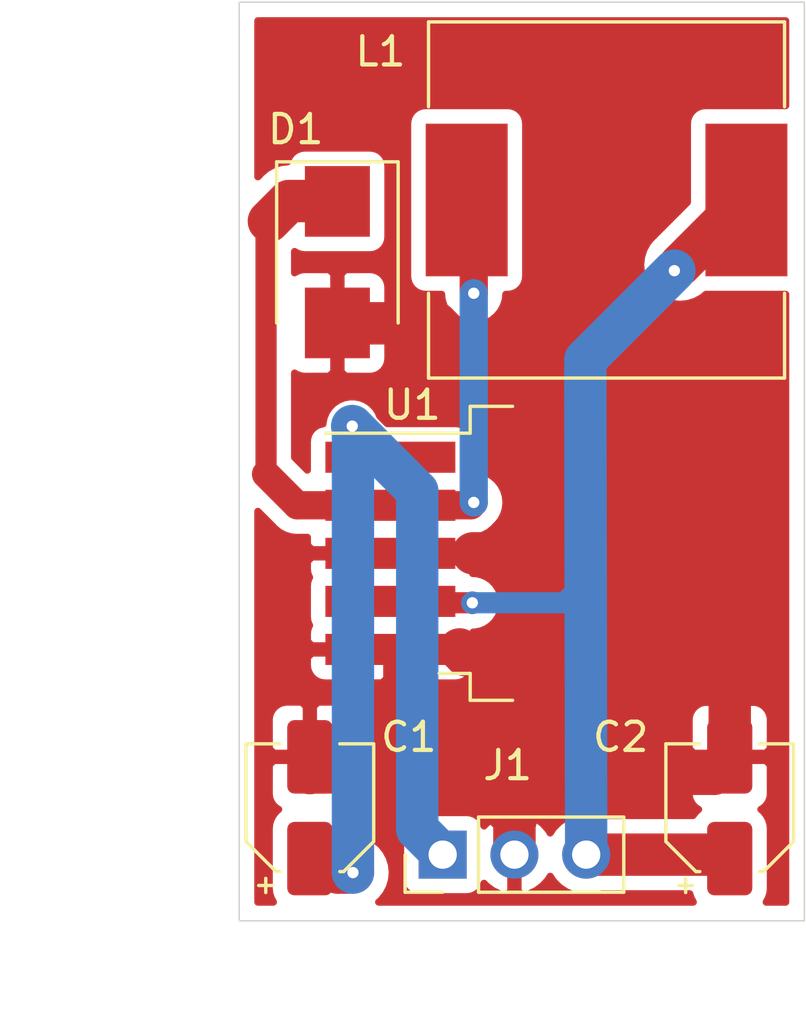
<source format=kicad_pcb>
(kicad_pcb (version 20171130) (host pcbnew "(5.1.7)-1")

  (general
    (thickness 1.6)
    (drawings 6)
    (tracks 62)
    (zones 0)
    (modules 6)
    (nets 5)
  )

  (page A4)
  (layers
    (0 F.Cu signal)
    (31 B.Cu signal)
    (32 B.Adhes user)
    (33 F.Adhes user)
    (34 B.Paste user)
    (35 F.Paste user)
    (36 B.SilkS user)
    (37 F.SilkS user)
    (38 B.Mask user)
    (39 F.Mask user)
    (40 Dwgs.User user)
    (41 Cmts.User user)
    (42 Eco1.User user)
    (43 Eco2.User user)
    (44 Edge.Cuts user)
    (45 Margin user)
    (46 B.CrtYd user)
    (47 F.CrtYd user)
    (48 B.Fab user)
    (49 F.Fab user hide)
  )

  (setup
    (last_trace_width 0.25)
    (user_trace_width 1)
    (trace_clearance 0.2)
    (zone_clearance 0.508)
    (zone_45_only no)
    (trace_min 0.2)
    (via_size 0.8)
    (via_drill 0.4)
    (via_min_size 0.4)
    (via_min_drill 0.3)
    (user_via 0.8 0.4)
    (uvia_size 0.3)
    (uvia_drill 0.1)
    (uvias_allowed no)
    (uvia_min_size 0.2)
    (uvia_min_drill 0.1)
    (edge_width 0.05)
    (segment_width 0.2)
    (pcb_text_width 0.3)
    (pcb_text_size 1.5 1.5)
    (mod_edge_width 0.12)
    (mod_text_size 1 1)
    (mod_text_width 0.15)
    (pad_size 9.4 10.8)
    (pad_drill 0)
    (pad_to_mask_clearance 0)
    (aux_axis_origin 0 0)
    (visible_elements 7FFDFFFF)
    (pcbplotparams
      (layerselection 0x010fc_ffffffff)
      (usegerberextensions false)
      (usegerberattributes true)
      (usegerberadvancedattributes true)
      (creategerberjobfile true)
      (excludeedgelayer true)
      (linewidth 0.100000)
      (plotframeref false)
      (viasonmask false)
      (mode 1)
      (useauxorigin false)
      (hpglpennumber 1)
      (hpglpenspeed 20)
      (hpglpendiameter 15.000000)
      (psnegative false)
      (psa4output false)
      (plotreference true)
      (plotvalue true)
      (plotinvisibletext false)
      (padsonsilk false)
      (subtractmaskfromsilk false)
      (outputformat 1)
      (mirror false)
      (drillshape 1)
      (scaleselection 1)
      (outputdirectory ""))
  )

  (net 0 "")
  (net 1 GND)
  (net 2 "Net-(C1-Pad1)")
  (net 3 "Net-(C2-Pad1)")
  (net 4 "Net-(D1-Pad1)")

  (net_class Default "This is the default net class."
    (clearance 0.2)
    (trace_width 0.25)
    (via_dia 0.8)
    (via_drill 0.4)
    (uvia_dia 0.3)
    (uvia_drill 0.1)
    (add_net GND)
    (add_net "Net-(C1-Pad1)")
    (add_net "Net-(C2-Pad1)")
    (add_net "Net-(D1-Pad1)")
  )

  (module Diode_SMD:D_SMB (layer F.Cu) (tedit 58645DF3) (tstamp 60B9E6B4)
    (at 72.475 52.7 270)
    (descr "Diode SMB (DO-214AA)")
    (tags "Diode SMB (DO-214AA)")
    (path /60B752A8)
    (attr smd)
    (fp_text reference D1 (at -4.7 1.475 180) (layer F.SilkS)
      (effects (font (size 1 1) (thickness 0.15)))
    )
    (fp_text value 1N5818 (at 0 2.6 90) (layer F.Fab)
      (effects (font (size 1 1) (thickness 0.15)))
    )
    (fp_line (start -3.55 -2.15) (end 2.15 -2.15) (layer F.SilkS) (width 0.12))
    (fp_line (start -3.55 2.15) (end 2.15 2.15) (layer F.SilkS) (width 0.12))
    (fp_line (start -0.64944 0.00102) (end 0.50118 -0.79908) (layer F.Fab) (width 0.1))
    (fp_line (start -0.64944 0.00102) (end 0.50118 0.75032) (layer F.Fab) (width 0.1))
    (fp_line (start 0.50118 0.75032) (end 0.50118 -0.79908) (layer F.Fab) (width 0.1))
    (fp_line (start -0.64944 -0.79908) (end -0.64944 0.80112) (layer F.Fab) (width 0.1))
    (fp_line (start 0.50118 0.00102) (end 1.4994 0.00102) (layer F.Fab) (width 0.1))
    (fp_line (start -0.64944 0.00102) (end -1.55114 0.00102) (layer F.Fab) (width 0.1))
    (fp_line (start -3.65 2.25) (end -3.65 -2.25) (layer F.CrtYd) (width 0.05))
    (fp_line (start 3.65 2.25) (end -3.65 2.25) (layer F.CrtYd) (width 0.05))
    (fp_line (start 3.65 -2.25) (end 3.65 2.25) (layer F.CrtYd) (width 0.05))
    (fp_line (start -3.65 -2.25) (end 3.65 -2.25) (layer F.CrtYd) (width 0.05))
    (fp_line (start 2.3 -2) (end -2.3 -2) (layer F.Fab) (width 0.1))
    (fp_line (start 2.3 -2) (end 2.3 2) (layer F.Fab) (width 0.1))
    (fp_line (start -2.3 2) (end -2.3 -2) (layer F.Fab) (width 0.1))
    (fp_line (start 2.3 2) (end -2.3 2) (layer F.Fab) (width 0.1))
    (fp_line (start -3.55 -2.15) (end -3.55 2.15) (layer F.SilkS) (width 0.12))
    (fp_text user %R (at 0 -0.1 90) (layer F.Fab)
      (effects (font (size 1 1) (thickness 0.15)))
    )
    (pad 2 smd rect (at 2.15 0 270) (size 2.5 2.3) (layers F.Cu F.Paste F.Mask)
      (net 1 GND))
    (pad 1 smd rect (at -2.15 0 270) (size 2.5 2.3) (layers F.Cu F.Paste F.Mask)
      (net 4 "Net-(D1-Pad1)"))
    (model ${KISYS3DMOD}/Diode_SMD.3dshapes/D_SMB.wrl
      (at (xyz 0 0 0))
      (scale (xyz 1 1 1))
      (rotate (xyz 0 0 0))
    )
  )

  (module Package_TO_SOT_SMD:TO-263-5_TabPin3 (layer F.Cu) (tedit 60BF5CE5) (tstamp 60B9C058)
    (at 80.125 63)
    (descr "TO-263 / D2PAK / DDPAK SMD package, http://www.infineon.com/cms/en/product/packages/PG-TO263/PG-TO263-5-1/")
    (tags "D2PAK DDPAK TO-263 D2PAK-5 TO-263-5 SOT-426")
    (path /60B74A7C)
    (attr smd)
    (fp_text reference U1 (at -5 -5.25 180) (layer F.SilkS)
      (effects (font (size 1 1) (thickness 0.15)))
    )
    (fp_text value LM2596S-12 (at 9.906 -0.127 270) (layer F.Fab)
      (effects (font (size 1 1) (thickness 0.15)))
    )
    (fp_line (start 6.5 -5) (end 7.5 -5) (layer F.Fab) (width 0.1))
    (fp_line (start 7.5 -5) (end 7.5 5) (layer F.Fab) (width 0.1))
    (fp_line (start 7.5 5) (end 6.5 5) (layer F.Fab) (width 0.1))
    (fp_line (start 6.5 -5) (end 6.5 5) (layer F.Fab) (width 0.1))
    (fp_line (start 6.5 5) (end -2.75 5) (layer F.Fab) (width 0.1))
    (fp_line (start -2.75 5) (end -2.75 -4) (layer F.Fab) (width 0.1))
    (fp_line (start -2.75 -4) (end -1.75 -5) (layer F.Fab) (width 0.1))
    (fp_line (start -1.75 -5) (end 6.5 -5) (layer F.Fab) (width 0.1))
    (fp_line (start -2.75 -3.8) (end -7.45 -3.8) (layer F.Fab) (width 0.1))
    (fp_line (start -7.45 -3.8) (end -7.45 -3) (layer F.Fab) (width 0.1))
    (fp_line (start -7.45 -3) (end -2.75 -3) (layer F.Fab) (width 0.1))
    (fp_line (start -2.75 -2.1) (end -7.45 -2.1) (layer F.Fab) (width 0.1))
    (fp_line (start -7.45 -2.1) (end -7.45 -1.3) (layer F.Fab) (width 0.1))
    (fp_line (start -7.45 -1.3) (end -2.75 -1.3) (layer F.Fab) (width 0.1))
    (fp_line (start -2.75 -0.4) (end -7.45 -0.4) (layer F.Fab) (width 0.1))
    (fp_line (start -7.45 -0.4) (end -7.45 0.4) (layer F.Fab) (width 0.1))
    (fp_line (start -7.45 0.4) (end -2.75 0.4) (layer F.Fab) (width 0.1))
    (fp_line (start -2.75 1.3) (end -7.45 1.3) (layer F.Fab) (width 0.1))
    (fp_line (start -7.45 1.3) (end -7.45 2.1) (layer F.Fab) (width 0.1))
    (fp_line (start -7.45 2.1) (end -2.75 2.1) (layer F.Fab) (width 0.1))
    (fp_line (start -2.75 3) (end -7.45 3) (layer F.Fab) (width 0.1))
    (fp_line (start -7.45 3) (end -7.45 3.8) (layer F.Fab) (width 0.1))
    (fp_line (start -7.45 3.8) (end -2.75 3.8) (layer F.Fab) (width 0.1))
    (fp_line (start -1.45 -5.2) (end -2.95 -5.2) (layer F.SilkS) (width 0.12))
    (fp_line (start -2.95 -5.2) (end -2.95 -4.25) (layer F.SilkS) (width 0.12))
    (fp_line (start -2.95 -4.25) (end -8.075 -4.25) (layer F.SilkS) (width 0.12))
    (fp_line (start -1.45 5.2) (end -2.95 5.2) (layer F.SilkS) (width 0.12))
    (fp_line (start -2.95 5.2) (end -2.95 4.25) (layer F.SilkS) (width 0.12))
    (fp_line (start -2.95 4.25) (end -4.05 4.25) (layer F.SilkS) (width 0.12))
    (fp_line (start -8.32 -5.65) (end -8.32 5.65) (layer F.CrtYd) (width 0.05))
    (fp_line (start -8.32 5.65) (end 8.32 5.65) (layer F.CrtYd) (width 0.05))
    (fp_line (start 8.32 5.65) (end 8.32 -5.65) (layer F.CrtYd) (width 0.05))
    (fp_line (start 8.32 -5.65) (end -8.32 -5.65) (layer F.CrtYd) (width 0.05))
    (fp_text user %R (at 0 0 180) (layer F.Fab)
      (effects (font (size 1 1) (thickness 0.15)))
    )
    (pad "" smd rect (at 0.95 2.775) (size 4.55 5.25) (layers F.Paste))
    (pad "" smd rect (at 5.8 -2.775) (size 4.55 5.25) (layers F.Paste))
    (pad "" smd rect (at 0.95 -2.775) (size 4.55 5.25) (layers F.Paste))
    (pad "" smd rect (at 5.8 2.775) (size 4.55 5.25) (layers F.Paste))
    (pad 3 smd rect (at 3.375 0) (size 9.4 10.8) (layers F.Cu F.Mask)
      (net 1 GND) (zone_connect 2))
    (pad 5 smd rect (at -5.775 3.4) (size 4.6 1.1) (layers F.Cu F.Paste F.Mask)
      (net 1 GND))
    (pad FEDBACK smd rect (at -5.775 1.7) (size 4.6 1.1) (layers F.Cu F.Paste F.Mask)
      (net 3 "Net-(C2-Pad1)"))
    (pad 3 smd rect (at -5.775 0) (size 4.6 1.1) (layers F.Cu F.Paste F.Mask)
      (net 1 GND))
    (pad OUTPUT smd rect (at -5.775 -1.7) (size 4.6 1.1) (layers F.Cu F.Paste F.Mask)
      (net 4 "Net-(D1-Pad1)"))
    (pad INPUT smd rect (at -5.775 -3.4) (size 4.6 1.1) (layers F.Cu F.Paste F.Mask)
      (net 2 "Net-(C1-Pad1)"))
    (model ${KISYS3DMOD}/Package_TO_SOT_SMD.3dshapes/TO-263-5_TabPin3.wrl
      (at (xyz 0 0 0))
      (scale (xyz 1 1 1))
      (rotate (xyz 0 0 0))
    )
  )

  (module Capacitor_SMD:CP_Elec_4x4.5 (layer F.Cu) (tedit 5BCA39CF) (tstamp 60B770AF)
    (at 86.36 72 90)
    (descr "SMD capacitor, aluminum electrolytic, Nichicon, 4.0x4.5mm")
    (tags "capacitor electrolytic")
    (path /60B7CA25)
    (attr smd)
    (fp_text reference C2 (at 2.5 -3.86 180) (layer F.SilkS)
      (effects (font (size 1 1) (thickness 0.15)))
    )
    (fp_text value 220uF/35V (at 0 3.2 90) (layer F.Fab)
      (effects (font (size 1 1) (thickness 0.15)))
    )
    (fp_line (start -3.35 1.05) (end -2.4 1.05) (layer F.CrtYd) (width 0.05))
    (fp_line (start -3.35 -1.05) (end -3.35 1.05) (layer F.CrtYd) (width 0.05))
    (fp_line (start -2.4 -1.05) (end -3.35 -1.05) (layer F.CrtYd) (width 0.05))
    (fp_line (start -2.4 1.05) (end -2.4 1.25) (layer F.CrtYd) (width 0.05))
    (fp_line (start -2.4 -1.25) (end -2.4 -1.05) (layer F.CrtYd) (width 0.05))
    (fp_line (start -2.4 -1.25) (end -1.25 -2.4) (layer F.CrtYd) (width 0.05))
    (fp_line (start -2.4 1.25) (end -1.25 2.4) (layer F.CrtYd) (width 0.05))
    (fp_line (start -1.25 -2.4) (end 2.4 -2.4) (layer F.CrtYd) (width 0.05))
    (fp_line (start -1.25 2.4) (end 2.4 2.4) (layer F.CrtYd) (width 0.05))
    (fp_line (start 2.4 1.05) (end 2.4 2.4) (layer F.CrtYd) (width 0.05))
    (fp_line (start 3.35 1.05) (end 2.4 1.05) (layer F.CrtYd) (width 0.05))
    (fp_line (start 3.35 -1.05) (end 3.35 1.05) (layer F.CrtYd) (width 0.05))
    (fp_line (start 2.4 -1.05) (end 3.35 -1.05) (layer F.CrtYd) (width 0.05))
    (fp_line (start 2.4 -2.4) (end 2.4 -1.05) (layer F.CrtYd) (width 0.05))
    (fp_line (start -2.75 -1.81) (end -2.75 -1.31) (layer F.SilkS) (width 0.12))
    (fp_line (start -3 -1.56) (end -2.5 -1.56) (layer F.SilkS) (width 0.12))
    (fp_line (start -2.26 1.195563) (end -1.195563 2.26) (layer F.SilkS) (width 0.12))
    (fp_line (start -2.26 -1.195563) (end -1.195563 -2.26) (layer F.SilkS) (width 0.12))
    (fp_line (start -2.26 -1.195563) (end -2.26 -1.06) (layer F.SilkS) (width 0.12))
    (fp_line (start -2.26 1.195563) (end -2.26 1.06) (layer F.SilkS) (width 0.12))
    (fp_line (start -1.195563 2.26) (end 2.26 2.26) (layer F.SilkS) (width 0.12))
    (fp_line (start -1.195563 -2.26) (end 2.26 -2.26) (layer F.SilkS) (width 0.12))
    (fp_line (start 2.26 -2.26) (end 2.26 -1.06) (layer F.SilkS) (width 0.12))
    (fp_line (start 2.26 2.26) (end 2.26 1.06) (layer F.SilkS) (width 0.12))
    (fp_line (start -1.374773 -1.2) (end -1.374773 -0.8) (layer F.Fab) (width 0.1))
    (fp_line (start -1.574773 -1) (end -1.174773 -1) (layer F.Fab) (width 0.1))
    (fp_line (start -2.15 1.15) (end -1.15 2.15) (layer F.Fab) (width 0.1))
    (fp_line (start -2.15 -1.15) (end -1.15 -2.15) (layer F.Fab) (width 0.1))
    (fp_line (start -2.15 -1.15) (end -2.15 1.15) (layer F.Fab) (width 0.1))
    (fp_line (start -1.15 2.15) (end 2.15 2.15) (layer F.Fab) (width 0.1))
    (fp_line (start -1.15 -2.15) (end 2.15 -2.15) (layer F.Fab) (width 0.1))
    (fp_line (start 2.15 -2.15) (end 2.15 2.15) (layer F.Fab) (width 0.1))
    (fp_circle (center 0 0) (end 2 0) (layer F.Fab) (width 0.1))
    (fp_text user %R (at 0 0.06 90) (layer F.Fab)
      (effects (font (size 0.8 0.8) (thickness 0.12)))
    )
    (pad 1 smd roundrect (at -1.8 0 90) (size 2.6 1.6) (layers F.Cu F.Paste F.Mask) (roundrect_rratio 0.15625)
      (net 3 "Net-(C2-Pad1)"))
    (pad 2 smd roundrect (at 1.8 0 90) (size 2.6 1.6) (layers F.Cu F.Paste F.Mask) (roundrect_rratio 0.15625)
      (net 1 GND))
    (model ${KISYS3DMOD}/Capacitor_SMD.3dshapes/CP_Elec_4x4.5.wrl
      (at (xyz 0 0 0))
      (scale (xyz 1 1 1))
      (rotate (xyz 0 0 0))
    )
  )

  (module Inductor_SMD:L_12x12mm_H4.5mm (layer F.Cu) (tedit 5990349B) (tstamp 60B925C6)
    (at 82 50.5)
    (descr "Choke, SMD, 12x12mm 4.5mm height")
    (tags "Choke SMD")
    (path /60B76EB1)
    (attr smd)
    (fp_text reference L1 (at -8 -5.25) (layer F.SilkS)
      (effects (font (size 1 1) (thickness 0.15)))
    )
    (fp_text value 68uH (at 0 8.89) (layer F.Fab)
      (effects (font (size 1 1) (thickness 0.15)))
    )
    (fp_line (start 6.3 3.3) (end 6.3 6.3) (layer F.SilkS) (width 0.12))
    (fp_line (start 6.3 6.3) (end -6.3 6.3) (layer F.SilkS) (width 0.12))
    (fp_line (start -6.3 6.3) (end -6.3 3.3) (layer F.SilkS) (width 0.12))
    (fp_line (start -6.3 -3.3) (end -6.3 -6.3) (layer F.SilkS) (width 0.12))
    (fp_line (start -6.3 -6.3) (end 6.3 -6.3) (layer F.SilkS) (width 0.12))
    (fp_line (start 6.3 -6.3) (end 6.3 -3.3) (layer F.SilkS) (width 0.12))
    (fp_line (start -6.86 -6.6) (end 6.86 -6.6) (layer F.CrtYd) (width 0.05))
    (fp_line (start 6.86 -6.6) (end 6.86 6.6) (layer F.CrtYd) (width 0.05))
    (fp_line (start 6.86 6.6) (end -6.86 6.6) (layer F.CrtYd) (width 0.05))
    (fp_line (start -6.86 6.6) (end -6.86 -6.6) (layer F.CrtYd) (width 0.05))
    (fp_line (start 4.9 3.3) (end 5 3.4) (layer F.Fab) (width 0.1))
    (fp_line (start 5 3.4) (end 5.1 3.8) (layer F.Fab) (width 0.1))
    (fp_line (start 5.1 3.8) (end 5 4.3) (layer F.Fab) (width 0.1))
    (fp_line (start 5 4.3) (end 4.8 4.6) (layer F.Fab) (width 0.1))
    (fp_line (start 4.8 4.6) (end 4.5 5) (layer F.Fab) (width 0.1))
    (fp_line (start 4.5 5) (end 4 5.1) (layer F.Fab) (width 0.1))
    (fp_line (start 4 5.1) (end 3.5 5) (layer F.Fab) (width 0.1))
    (fp_line (start 3.5 5) (end 3.1 4.7) (layer F.Fab) (width 0.1))
    (fp_line (start 3.1 4.7) (end 3 4.6) (layer F.Fab) (width 0.1))
    (fp_line (start 3 4.6) (end 2.4 5) (layer F.Fab) (width 0.1))
    (fp_line (start 2.4 5) (end 1.6 5.3) (layer F.Fab) (width 0.1))
    (fp_line (start 1.6 5.3) (end 0.6 5.5) (layer F.Fab) (width 0.1))
    (fp_line (start 0.6 5.5) (end -0.6 5.5) (layer F.Fab) (width 0.1))
    (fp_line (start -0.6 5.5) (end -1.5 5.3) (layer F.Fab) (width 0.1))
    (fp_line (start -1.5 5.3) (end -2.1 5.1) (layer F.Fab) (width 0.1))
    (fp_line (start -2.1 5.1) (end -2.6 4.9) (layer F.Fab) (width 0.1))
    (fp_line (start -2.6 4.9) (end -3 4.7) (layer F.Fab) (width 0.1))
    (fp_line (start -3 4.7) (end -3.3 4.9) (layer F.Fab) (width 0.1))
    (fp_line (start -3.3 4.9) (end -3.9 5.1) (layer F.Fab) (width 0.1))
    (fp_line (start -3.9 5.1) (end -4.3 5) (layer F.Fab) (width 0.1))
    (fp_line (start -4.3 5) (end -4.6 4.8) (layer F.Fab) (width 0.1))
    (fp_line (start -4.6 4.8) (end -4.9 4.6) (layer F.Fab) (width 0.1))
    (fp_line (start -4.9 4.6) (end -5.1 4.1) (layer F.Fab) (width 0.1))
    (fp_line (start -5.1 4.1) (end -5 3.6) (layer F.Fab) (width 0.1))
    (fp_line (start -5 3.6) (end -4.8 3.2) (layer F.Fab) (width 0.1))
    (fp_line (start 4.9 -3.3) (end 5 -3.6) (layer F.Fab) (width 0.1))
    (fp_line (start 5 -3.6) (end 5.1 -4) (layer F.Fab) (width 0.1))
    (fp_line (start 5.1 -4) (end 5 -4.3) (layer F.Fab) (width 0.1))
    (fp_line (start 5 -4.3) (end 4.8 -4.7) (layer F.Fab) (width 0.1))
    (fp_line (start 4.8 -4.7) (end 4.5 -4.9) (layer F.Fab) (width 0.1))
    (fp_line (start 4.5 -4.9) (end 4.2 -5.1) (layer F.Fab) (width 0.1))
    (fp_line (start 4.2 -5.1) (end 3.9 -5.1) (layer F.Fab) (width 0.1))
    (fp_line (start 3.9 -5.1) (end 3.6 -5) (layer F.Fab) (width 0.1))
    (fp_line (start 3.6 -5) (end 3.3 -4.9) (layer F.Fab) (width 0.1))
    (fp_line (start 3.3 -4.9) (end 3 -4.6) (layer F.Fab) (width 0.1))
    (fp_line (start 3 -4.6) (end 2.6 -4.9) (layer F.Fab) (width 0.1))
    (fp_line (start 2.6 -4.9) (end 2.2 -5.1) (layer F.Fab) (width 0.1))
    (fp_line (start 2.2 -5.1) (end 1.7 -5.3) (layer F.Fab) (width 0.1))
    (fp_line (start 1.7 -5.3) (end 0.9 -5.5) (layer F.Fab) (width 0.1))
    (fp_line (start 0.9 -5.5) (end 0 -5.6) (layer F.Fab) (width 0.1))
    (fp_line (start 0 -5.6) (end -0.8 -5.5) (layer F.Fab) (width 0.1))
    (fp_line (start -0.8 -5.5) (end -1.7 -5.3) (layer F.Fab) (width 0.1))
    (fp_line (start -1.7 -5.3) (end -2.6 -4.9) (layer F.Fab) (width 0.1))
    (fp_line (start -2.6 -4.9) (end -3 -4.7) (layer F.Fab) (width 0.1))
    (fp_line (start -3 -4.7) (end -3.3 -4.9) (layer F.Fab) (width 0.1))
    (fp_line (start -3.3 -4.9) (end -3.7 -5.1) (layer F.Fab) (width 0.1))
    (fp_line (start -3.7 -5.1) (end -4.2 -5) (layer F.Fab) (width 0.1))
    (fp_line (start -4.2 -5) (end -4.6 -4.8) (layer F.Fab) (width 0.1))
    (fp_line (start -4.6 -4.8) (end -4.9 -4.5) (layer F.Fab) (width 0.1))
    (fp_line (start -4.9 -4.5) (end -5.1 -4) (layer F.Fab) (width 0.1))
    (fp_line (start -5.1 -4) (end -5 -3.5) (layer F.Fab) (width 0.1))
    (fp_line (start -5 -3.5) (end -4.8 -3.2) (layer F.Fab) (width 0.1))
    (fp_line (start -6.2 3.3) (end -6.2 6.2) (layer F.Fab) (width 0.1))
    (fp_line (start -6.2 6.2) (end 6.2 6.2) (layer F.Fab) (width 0.1))
    (fp_line (start 6.2 6.2) (end 6.2 3.3) (layer F.Fab) (width 0.1))
    (fp_line (start 6.2 -6.2) (end -6.2 -6.2) (layer F.Fab) (width 0.1))
    (fp_line (start -6.2 -6.2) (end -6.2 -3.3) (layer F.Fab) (width 0.1))
    (fp_line (start 6.2 -6.2) (end 6.2 -3.3) (layer F.Fab) (width 0.1))
    (fp_circle (center 0 0) (end 0.9 0) (layer F.Adhes) (width 0.38))
    (fp_circle (center 0 0) (end 0.55 0) (layer F.Adhes) (width 0.38))
    (fp_circle (center 0 0) (end 0.15 0.15) (layer F.Adhes) (width 0.38))
    (fp_circle (center -2.1 3) (end -1.8 3.25) (layer F.Fab) (width 0.1))
    (fp_text user %R (at 0 0) (layer F.Fab)
      (effects (font (size 1 1) (thickness 0.15)))
    )
    (pad 2 smd rect (at 4.95 0) (size 2.9 5.4) (layers F.Cu F.Paste F.Mask)
      (net 3 "Net-(C2-Pad1)"))
    (pad 1 smd rect (at -4.95 0) (size 2.9 5.4) (layers F.Cu F.Paste F.Mask)
      (net 4 "Net-(D1-Pad1)"))
    (model ${KISYS3DMOD}/Inductor_SMD.3dshapes/L_12x12mm_H4.5mm.wrl
      (at (xyz 0 0 0))
      (scale (xyz 1 1 1))
      (rotate (xyz 0 0 0))
    )
  )

  (module Capacitor_SMD:CP_Elec_4x4.5 (layer F.Cu) (tedit 5BCA39CF) (tstamp 60B776B4)
    (at 71.5 72 90)
    (descr "SMD capacitor, aluminum electrolytic, Nichicon, 4.0x4.5mm")
    (tags "capacitor electrolytic")
    (path /60B7CE0A)
    (attr smd)
    (fp_text reference C1 (at 2.5 3.5) (layer F.SilkS)
      (effects (font (size 1 1) (thickness 0.15)))
    )
    (fp_text value 470uF/50V (at 0 -3.556 90) (layer F.Fab)
      (effects (font (size 1 1) (thickness 0.15)))
    )
    (fp_circle (center 0 0) (end 2 0) (layer F.Fab) (width 0.1))
    (fp_line (start 2.15 -2.15) (end 2.15 2.15) (layer F.Fab) (width 0.1))
    (fp_line (start -1.15 -2.15) (end 2.15 -2.15) (layer F.Fab) (width 0.1))
    (fp_line (start -1.15 2.15) (end 2.15 2.15) (layer F.Fab) (width 0.1))
    (fp_line (start -2.15 -1.15) (end -2.15 1.15) (layer F.Fab) (width 0.1))
    (fp_line (start -2.15 -1.15) (end -1.15 -2.15) (layer F.Fab) (width 0.1))
    (fp_line (start -2.15 1.15) (end -1.15 2.15) (layer F.Fab) (width 0.1))
    (fp_line (start -1.574773 -1) (end -1.174773 -1) (layer F.Fab) (width 0.1))
    (fp_line (start -1.374773 -1.2) (end -1.374773 -0.8) (layer F.Fab) (width 0.1))
    (fp_line (start 2.26 2.26) (end 2.26 1.06) (layer F.SilkS) (width 0.12))
    (fp_line (start 2.26 -2.26) (end 2.26 -1.06) (layer F.SilkS) (width 0.12))
    (fp_line (start -1.195563 -2.26) (end 2.26 -2.26) (layer F.SilkS) (width 0.12))
    (fp_line (start -1.195563 2.26) (end 2.26 2.26) (layer F.SilkS) (width 0.12))
    (fp_line (start -2.26 1.195563) (end -2.26 1.06) (layer F.SilkS) (width 0.12))
    (fp_line (start -2.26 -1.195563) (end -2.26 -1.06) (layer F.SilkS) (width 0.12))
    (fp_line (start -2.26 -1.195563) (end -1.195563 -2.26) (layer F.SilkS) (width 0.12))
    (fp_line (start -2.26 1.195563) (end -1.195563 2.26) (layer F.SilkS) (width 0.12))
    (fp_line (start -3 -1.56) (end -2.5 -1.56) (layer F.SilkS) (width 0.12))
    (fp_line (start -2.75 -1.81) (end -2.75 -1.31) (layer F.SilkS) (width 0.12))
    (fp_line (start 2.4 -2.4) (end 2.4 -1.05) (layer F.CrtYd) (width 0.05))
    (fp_line (start 2.4 -1.05) (end 3.35 -1.05) (layer F.CrtYd) (width 0.05))
    (fp_line (start 3.35 -1.05) (end 3.35 1.05) (layer F.CrtYd) (width 0.05))
    (fp_line (start 3.35 1.05) (end 2.4 1.05) (layer F.CrtYd) (width 0.05))
    (fp_line (start 2.4 1.05) (end 2.4 2.4) (layer F.CrtYd) (width 0.05))
    (fp_line (start -1.25 2.4) (end 2.4 2.4) (layer F.CrtYd) (width 0.05))
    (fp_line (start -1.25 -2.4) (end 2.4 -2.4) (layer F.CrtYd) (width 0.05))
    (fp_line (start -2.4 1.25) (end -1.25 2.4) (layer F.CrtYd) (width 0.05))
    (fp_line (start -2.4 -1.25) (end -1.25 -2.4) (layer F.CrtYd) (width 0.05))
    (fp_line (start -2.4 -1.25) (end -2.4 -1.05) (layer F.CrtYd) (width 0.05))
    (fp_line (start -2.4 1.05) (end -2.4 1.25) (layer F.CrtYd) (width 0.05))
    (fp_line (start -2.4 -1.05) (end -3.35 -1.05) (layer F.CrtYd) (width 0.05))
    (fp_line (start -3.35 -1.05) (end -3.35 1.05) (layer F.CrtYd) (width 0.05))
    (fp_line (start -3.35 1.05) (end -2.4 1.05) (layer F.CrtYd) (width 0.05))
    (fp_text user %R (at 0 0 90) (layer F.Fab)
      (effects (font (size 0.8 0.8) (thickness 0.12)))
    )
    (pad 2 smd roundrect (at 1.8 0 90) (size 2.6 1.6) (layers F.Cu F.Paste F.Mask) (roundrect_rratio 0.15625)
      (net 1 GND))
    (pad 1 smd roundrect (at -1.8 0 90) (size 2.6 1.6) (layers F.Cu F.Paste F.Mask) (roundrect_rratio 0.15625)
      (net 2 "Net-(C1-Pad1)"))
    (model ${KISYS3DMOD}/Capacitor_SMD.3dshapes/CP_Elec_4x4.5.wrl
      (at (xyz 0 0 0))
      (scale (xyz 1 1 1))
      (rotate (xyz 0 0 0))
    )
  )

  (module Connector_PinHeader_2.54mm:PinHeader_1x03_P2.54mm_Vertical (layer F.Cu) (tedit 59FED5CC) (tstamp 60B770D9)
    (at 76.2 73.66 90)
    (descr "Through hole straight pin header, 1x03, 2.54mm pitch, single row")
    (tags "Through hole pin header THT 1x03 2.54mm single row")
    (path /60B80849)
    (fp_text reference J1 (at 3.16 2.3 180) (layer F.SilkS)
      (effects (font (size 1 1) (thickness 0.15)))
    )
    (fp_text value Conn_01x03_Male (at -3.81 2.54 180) (layer F.Fab)
      (effects (font (size 1 1) (thickness 0.15)))
    )
    (fp_line (start 1.8 -1.8) (end -1.8 -1.8) (layer F.CrtYd) (width 0.05))
    (fp_line (start 1.8 6.85) (end 1.8 -1.8) (layer F.CrtYd) (width 0.05))
    (fp_line (start -1.8 6.85) (end 1.8 6.85) (layer F.CrtYd) (width 0.05))
    (fp_line (start -1.8 -1.8) (end -1.8 6.85) (layer F.CrtYd) (width 0.05))
    (fp_line (start -1.33 -1.33) (end 0 -1.33) (layer F.SilkS) (width 0.12))
    (fp_line (start -1.33 0) (end -1.33 -1.33) (layer F.SilkS) (width 0.12))
    (fp_line (start -1.33 1.27) (end 1.33 1.27) (layer F.SilkS) (width 0.12))
    (fp_line (start 1.33 1.27) (end 1.33 6.41) (layer F.SilkS) (width 0.12))
    (fp_line (start -1.33 1.27) (end -1.33 6.41) (layer F.SilkS) (width 0.12))
    (fp_line (start -1.33 6.41) (end 1.33 6.41) (layer F.SilkS) (width 0.12))
    (fp_line (start -1.27 -0.635) (end -0.635 -1.27) (layer F.Fab) (width 0.1))
    (fp_line (start -1.27 6.35) (end -1.27 -0.635) (layer F.Fab) (width 0.1))
    (fp_line (start 1.27 6.35) (end -1.27 6.35) (layer F.Fab) (width 0.1))
    (fp_line (start 1.27 -1.27) (end 1.27 6.35) (layer F.Fab) (width 0.1))
    (fp_line (start -0.635 -1.27) (end 1.27 -1.27) (layer F.Fab) (width 0.1))
    (fp_text user %R (at -1.27 3.81) (layer F.Fab)
      (effects (font (size 1 1) (thickness 0.15)))
    )
    (pad 1 thru_hole rect (at 0 0 90) (size 1.7 1.7) (drill 1) (layers *.Cu *.Mask)
      (net 2 "Net-(C1-Pad1)"))
    (pad 2 thru_hole oval (at 0 2.54 90) (size 1.7 1.7) (drill 1) (layers *.Cu *.Mask)
      (net 1 GND))
    (pad 3 thru_hole oval (at 0 5.08 90) (size 1.7 1.7) (drill 1) (layers *.Cu *.Mask)
      (net 3 "Net-(C2-Pad1)"))
    (model ${KISYS3DMOD}/Connector_PinHeader_2.54mm.3dshapes/PinHeader_1x03_P2.54mm_Vertical.wrl
      (at (xyz 0 0 0))
      (scale (xyz 1 1 1))
      (rotate (xyz 0 0 0))
    )
  )

  (dimension 32.5 (width 0.15) (layer Dwgs.User)
    (gr_text "32.500 mm" (at 64.2 59.75 90) (layer Dwgs.User)
      (effects (font (size 1 1) (thickness 0.15)))
    )
    (feature1 (pts (xy 69 43.5) (xy 64.913579 43.5)))
    (feature2 (pts (xy 69 76) (xy 64.913579 76)))
    (crossbar (pts (xy 65.5 76) (xy 65.5 43.5)))
    (arrow1a (pts (xy 65.5 43.5) (xy 66.086421 44.626504)))
    (arrow1b (pts (xy 65.5 43.5) (xy 64.913579 44.626504)))
    (arrow2a (pts (xy 65.5 76) (xy 66.086421 74.873496)))
    (arrow2b (pts (xy 65.5 76) (xy 64.913579 74.873496)))
  )
  (dimension 20 (width 0.15) (layer Dwgs.User)
    (gr_text "20.000 mm" (at 79 80.3) (layer Dwgs.User)
      (effects (font (size 1 1) (thickness 0.15)))
    )
    (feature1 (pts (xy 89 76) (xy 89 79.586421)))
    (feature2 (pts (xy 69 76) (xy 69 79.586421)))
    (crossbar (pts (xy 69 79) (xy 89 79)))
    (arrow1a (pts (xy 89 79) (xy 87.873496 79.586421)))
    (arrow1b (pts (xy 89 79) (xy 87.873496 78.413579)))
    (arrow2a (pts (xy 69 79) (xy 70.126504 79.586421)))
    (arrow2b (pts (xy 69 79) (xy 70.126504 78.413579)))
  )
  (gr_line (start 69 76) (end 69 43.5) (layer Edge.Cuts) (width 0.05) (tstamp 60B9ED98))
  (gr_line (start 89 76) (end 69 76) (layer Edge.Cuts) (width 0.05))
  (gr_line (start 89 43.5) (end 89 76) (layer Edge.Cuts) (width 0.05))
  (gr_line (start 69 43.5) (end 89 43.5) (layer Edge.Cuts) (width 0.05))

  (segment (start 77.125 70.775) (end 78.785 72.435) (width 1.5) (layer F.Cu) (net 1))
  (segment (start 71.45 70.75) (end 77.03 70.75) (width 1.5) (layer F.Cu) (net 1))
  (segment (start 71.5 69.875) (end 71.5 70.775) (width 1.5) (layer F.Cu) (net 1))
  (segment (start 78.74 73.66) (end 78.74 72.48) (width 1.5) (layer F.Cu) (net 1))
  (segment (start 86.36 70.2) (end 86.36 70.64) (width 0.25) (layer F.Cu) (net 1))
  (segment (start 86.36 70.24) (end 85.8 70.8) (width 1.5) (layer F.Cu) (net 1))
  (segment (start 80.02 70.8) (end 78.74 72.08) (width 1.5) (layer F.Cu) (net 1))
  (segment (start 85.8 70.8) (end 80.02 70.8) (width 1.5) (layer F.Cu) (net 1))
  (segment (start 86.36 65.235) (end 83.375 62.25) (width 1.5) (layer F.Cu) (net 1))
  (segment (start 86.36 70.2) (end 86.36 65.235) (width 1.5) (layer F.Cu) (net 1))
  (segment (start 74.225 63) (end 77.15 63) (width 0.75) (layer F.Cu) (net 1))
  (segment (start 74.255 66.4) (end 76.8 66.4) (width 0.75) (layer F.Cu) (net 1))
  (segment (start 75.9875 54.8625) (end 83.375 62.25) (width 1.5) (layer F.Cu) (net 1))
  (segment (start 72.475 54.8625) (end 75.9875 54.8625) (width 1.5) (layer F.Cu) (net 1))
  (segment (start 77.27501 63) (end 83.24999 63) (width 1.5) (layer F.Cu) (net 1))
  (segment (start 83.24999 62.87499) (end 83.375 63) (width 1.5) (layer F.Cu) (net 1))
  (segment (start 79.024998 66.600002) (end 83.375 62.25) (width 1.5) (layer F.Cu) (net 1))
  (segment (start 77.000002 66.600002) (end 79.024998 66.600002) (width 1.5) (layer F.Cu) (net 1))
  (segment (start 76.8 66.4) (end 77.000002 66.600002) (width 1.5) (layer F.Cu) (net 1))
  (via (at 73.025 74.295) (size 0.8) (drill 0.4) (layers F.Cu B.Cu) (net 2))
  (segment (start 72.495 74.295) (end 73.025 74.295) (width 1.5) (layer F.Cu) (net 2))
  (segment (start 71.5 73.8) (end 72.495 74.295) (width 1.5) (layer F.Cu) (net 2))
  (segment (start 73.85 59.45) (end 73 58.6) (width 0.75) (layer F.Cu) (net 2))
  (via (at 73 58.500008) (size 0.8) (drill 0.4) (layers F.Cu B.Cu) (net 2))
  (segment (start 73 58.5) (end 73 58.500008) (width 0.75) (layer F.Cu) (net 2))
  (segment (start 73.025 74.295) (end 73.025 58.525008) (width 1.5) (layer B.Cu) (net 2))
  (segment (start 73.025 58.525008) (end 73 58.500008) (width 1.5) (layer B.Cu) (net 2))
  (segment (start 75.3 60.800008) (end 73 58.500008) (width 1.5) (layer B.Cu) (net 2))
  (segment (start 75.3 60.9) (end 75.3 60.800008) (width 1.5) (layer B.Cu) (net 2))
  (segment (start 75.3 72.76) (end 75.3 60.8) (width 1.5) (layer B.Cu) (net 2))
  (segment (start 76.2 73.66) (end 75.3 72.76) (width 1.5) (layer B.Cu) (net 2))
  (segment (start 86.22 73.66) (end 86.36 73.8) (width 1.5) (layer F.Cu) (net 3))
  (segment (start 81.28 73.66) (end 86.22 73.66) (width 1.5) (layer F.Cu) (net 3))
  (segment (start 81.25 56.8) (end 81.25 56.4) (width 1.5) (layer B.Cu) (net 3))
  (segment (start 81.28 73.66) (end 81.262566 63.862566) (width 1.5) (layer B.Cu) (net 3))
  (segment (start 81.262566 63.862566) (end 81.25 56.8) (width 1.5) (layer B.Cu) (net 3))
  (segment (start 86.95 49.25) (end 86.95 50.45) (width 1.5) (layer F.Cu) (net 3))
  (segment (start 86.95 50.45) (end 84.6 52.8) (width 1.5) (layer F.Cu) (net 3))
  (via (at 84.4 53) (size 0.8) (drill 0.4) (layers F.Cu B.Cu) (net 3))
  (segment (start 84.6 52.8) (end 84.4 53) (width 0.25) (layer F.Cu) (net 3))
  (segment (start 81.25 56.15) (end 81.25 56.4) (width 0.25) (layer B.Cu) (net 3))
  (segment (start 82.8 54.6) (end 81.25 56.15) (width 1.5) (layer B.Cu) (net 3))
  (segment (start 84.4 53) (end 82.8 54.6) (width 1.5) (layer B.Cu) (net 3))
  (segment (start 77.25 64.750002) (end 77.25 64.75) (width 0.25) (layer B.Cu) (net 3))
  (segment (start 77.299998 64.8) (end 77.25 64.750002) (width 0.25) (layer B.Cu) (net 3))
  (segment (start 80.512566 64.75) (end 77.25 64.75) (width 0.75) (layer B.Cu) (net 3))
  (segment (start 81.262566 64) (end 80.512566 64.75) (width 0.75) (layer B.Cu) (net 3))
  (segment (start 74.225 64.75) (end 77.25 64.75) (width 0.75) (layer F.Cu) (net 3))
  (via (at 77.25 64.75) (size 0.8) (drill 0.4) (layers F.Cu B.Cu) (net 3))
  (segment (start 72.475 50.5375) (end 70.7625 50.5375) (width 1.5) (layer F.Cu) (net 4))
  (segment (start 70.7625 50.5375) (end 70.05 51.25) (width 1.5) (layer F.Cu) (net 4))
  (segment (start 69.95 51.25) (end 69.95 58.925) (width 0.75) (layer F.Cu) (net 4))
  (segment (start 77.05 52.95) (end 77 53) (width 0.25) (layer F.Cu) (net 4))
  (segment (start 69.95 58.925) (end 69.95 60.2) (width 0.75) (layer F.Cu) (net 4))
  (segment (start 71.05 61.3) (end 74.35 61.3) (width 1) (layer F.Cu) (net 4))
  (segment (start 69.95 60.2) (end 71.05 61.3) (width 1) (layer F.Cu) (net 4))
  (via (at 77.3 53.800004) (size 0.8) (drill 0.4) (layers F.Cu B.Cu) (net 4))
  (segment (start 77.3 49) (end 77.3 53.800004) (width 1) (layer F.Cu) (net 4))
  (via (at 77.3 61.2) (size 0.8) (drill 0.4) (layers F.Cu B.Cu) (net 4))
  (segment (start 77.2 61.3) (end 74.35 61.3) (width 1) (layer F.Cu) (net 4))
  (segment (start 77.3 61.2) (end 77.2 61.3) (width 1) (layer F.Cu) (net 4))
  (segment (start 77.3 61.2) (end 77.3 53.800004) (width 1) (layer B.Cu) (net 4))

  (zone (net 1) (net_name GND) (layer F.Cu) (tstamp 0) (hatch edge 0.508)
    (connect_pads (clearance 0.508))
    (min_thickness 0.254)
    (fill yes (arc_segments 32) (thermal_gap 0.508) (thermal_bridge_width 0.508))
    (polygon
      (pts
        (xy 89 76) (xy 69 76) (xy 69 43.5) (xy 89 43.5)
      )
    )
    (filled_polygon
      (pts
        (xy 88.34 47.161928) (xy 85.5 47.161928) (xy 85.375518 47.174188) (xy 85.25582 47.210498) (xy 85.145506 47.269463)
        (xy 85.048815 47.348815) (xy 84.969463 47.445506) (xy 84.910498 47.55582) (xy 84.874188 47.675518) (xy 84.861928 47.8)
        (xy 84.861928 50.579386) (xy 83.572548 51.868767) (xy 83.442844 52.026812) (xy 83.314236 52.26742) (xy 83.23504 52.528493)
        (xy 83.2083 52.8) (xy 83.23504 53.071507) (xy 83.314236 53.33258) (xy 83.442844 53.573188) (xy 83.615919 53.784081)
        (xy 83.826812 53.957156) (xy 84.06742 54.085764) (xy 84.328493 54.16496) (xy 84.6 54.1917) (xy 84.871507 54.16496)
        (xy 85.13258 54.085764) (xy 85.373188 53.957156) (xy 85.518292 53.838072) (xy 88.34 53.838072) (xy 88.340001 75.34)
        (xy 87.650215 75.34) (xy 87.730472 75.18985) (xy 87.781008 75.023254) (xy 87.798072 74.85) (xy 87.798072 72.75)
        (xy 87.781008 72.576746) (xy 87.730472 72.41015) (xy 87.648405 72.256614) (xy 87.537962 72.122038) (xy 87.461187 72.059031)
        (xy 87.514494 72.030537) (xy 87.611185 71.951185) (xy 87.690537 71.854494) (xy 87.749502 71.74418) (xy 87.785812 71.624482)
        (xy 87.798072 71.5) (xy 87.795 70.48575) (xy 87.63625 70.327) (xy 86.487 70.327) (xy 86.487 70.347)
        (xy 86.233 70.347) (xy 86.233 70.327) (xy 85.08375 70.327) (xy 84.925 70.48575) (xy 84.921928 71.5)
        (xy 84.934188 71.624482) (xy 84.970498 71.74418) (xy 85.029463 71.854494) (xy 85.108815 71.951185) (xy 85.205506 72.030537)
        (xy 85.258813 72.059031) (xy 85.182038 72.122038) (xy 85.071595 72.256614) (xy 85.061767 72.275) (xy 81.816805 72.275)
        (xy 81.713158 72.232068) (xy 81.42626 72.175) (xy 81.13374 72.175) (xy 80.846842 72.232068) (xy 80.576589 72.34401)
        (xy 80.333368 72.506525) (xy 80.126525 72.713368) (xy 80.004805 72.895534) (xy 79.935178 72.778645) (xy 79.740269 72.562412)
        (xy 79.50692 72.388359) (xy 79.244099 72.263175) (xy 79.09689 72.218524) (xy 78.867 72.339845) (xy 78.867 73.533)
        (xy 78.887 73.533) (xy 78.887 73.787) (xy 78.867 73.787) (xy 78.867 74.980155) (xy 79.09689 75.101476)
        (xy 79.244099 75.056825) (xy 79.50692 74.931641) (xy 79.740269 74.757588) (xy 79.935178 74.541355) (xy 80.004805 74.424466)
        (xy 80.126525 74.606632) (xy 80.333368 74.813475) (xy 80.576589 74.97599) (xy 80.846842 75.087932) (xy 81.13374 75.145)
        (xy 81.42626 75.145) (xy 81.713158 75.087932) (xy 81.816805 75.045) (xy 84.945589 75.045) (xy 84.989528 75.18985)
        (xy 85.069785 75.34) (xy 73.934851 75.34) (xy 74.009081 75.279081) (xy 74.182157 75.068188) (xy 74.310764 74.827581)
        (xy 74.38996 74.566507) (xy 74.416701 74.295) (xy 74.38996 74.023493) (xy 74.310764 73.762419) (xy 74.182157 73.521812)
        (xy 74.009081 73.310919) (xy 73.798188 73.137843) (xy 73.557581 73.009236) (xy 73.296507 72.93004) (xy 73.093037 72.91)
        (xy 72.938072 72.91) (xy 72.938072 72.81) (xy 74.711928 72.81) (xy 74.711928 74.51) (xy 74.724188 74.634482)
        (xy 74.760498 74.75418) (xy 74.819463 74.864494) (xy 74.898815 74.961185) (xy 74.995506 75.040537) (xy 75.10582 75.099502)
        (xy 75.225518 75.135812) (xy 75.35 75.148072) (xy 77.05 75.148072) (xy 77.174482 75.135812) (xy 77.29418 75.099502)
        (xy 77.404494 75.040537) (xy 77.501185 74.961185) (xy 77.580537 74.864494) (xy 77.639502 74.75418) (xy 77.663966 74.673534)
        (xy 77.739731 74.757588) (xy 77.97308 74.931641) (xy 78.235901 75.056825) (xy 78.38311 75.101476) (xy 78.613 74.980155)
        (xy 78.613 73.787) (xy 78.593 73.787) (xy 78.593 73.533) (xy 78.613 73.533) (xy 78.613 72.339845)
        (xy 78.38311 72.218524) (xy 78.235901 72.263175) (xy 77.97308 72.388359) (xy 77.739731 72.562412) (xy 77.663966 72.646466)
        (xy 77.639502 72.56582) (xy 77.580537 72.455506) (xy 77.501185 72.358815) (xy 77.404494 72.279463) (xy 77.29418 72.220498)
        (xy 77.174482 72.184188) (xy 77.05 72.171928) (xy 75.35 72.171928) (xy 75.225518 72.184188) (xy 75.10582 72.220498)
        (xy 74.995506 72.279463) (xy 74.898815 72.358815) (xy 74.819463 72.455506) (xy 74.760498 72.56582) (xy 74.724188 72.685518)
        (xy 74.711928 72.81) (xy 72.938072 72.81) (xy 72.938072 72.75) (xy 72.921008 72.576746) (xy 72.870472 72.41015)
        (xy 72.788405 72.256614) (xy 72.677962 72.122038) (xy 72.601187 72.059031) (xy 72.654494 72.030537) (xy 72.751185 71.951185)
        (xy 72.830537 71.854494) (xy 72.889502 71.74418) (xy 72.925812 71.624482) (xy 72.938072 71.5) (xy 72.935 70.48575)
        (xy 72.77625 70.327) (xy 71.627 70.327) (xy 71.627 70.347) (xy 71.373 70.347) (xy 71.373 70.327)
        (xy 70.22375 70.327) (xy 70.065 70.48575) (xy 70.061928 71.5) (xy 70.074188 71.624482) (xy 70.110498 71.74418)
        (xy 70.169463 71.854494) (xy 70.248815 71.951185) (xy 70.345506 72.030537) (xy 70.398813 72.059031) (xy 70.322038 72.122038)
        (xy 70.211595 72.256614) (xy 70.129528 72.41015) (xy 70.078992 72.576746) (xy 70.061928 72.75) (xy 70.061928 74.85)
        (xy 70.078992 75.023254) (xy 70.129528 75.18985) (xy 70.209785 75.34) (xy 69.66 75.34) (xy 69.66 68.9)
        (xy 70.061928 68.9) (xy 70.065 69.91425) (xy 70.22375 70.073) (xy 71.373 70.073) (xy 71.373 68.42375)
        (xy 71.627 68.42375) (xy 71.627 70.073) (xy 72.77625 70.073) (xy 72.935 69.91425) (xy 72.938072 68.9)
        (xy 84.921928 68.9) (xy 84.925 69.91425) (xy 85.08375 70.073) (xy 86.233 70.073) (xy 86.233 68.42375)
        (xy 86.487 68.42375) (xy 86.487 70.073) (xy 87.63625 70.073) (xy 87.795 69.91425) (xy 87.798072 68.9)
        (xy 87.785812 68.775518) (xy 87.749502 68.65582) (xy 87.690537 68.545506) (xy 87.611185 68.448815) (xy 87.514494 68.369463)
        (xy 87.40418 68.310498) (xy 87.284482 68.274188) (xy 87.16 68.261928) (xy 86.64575 68.265) (xy 86.487 68.42375)
        (xy 86.233 68.42375) (xy 86.07425 68.265) (xy 85.56 68.261928) (xy 85.435518 68.274188) (xy 85.31582 68.310498)
        (xy 85.205506 68.369463) (xy 85.108815 68.448815) (xy 85.029463 68.545506) (xy 84.970498 68.65582) (xy 84.934188 68.775518)
        (xy 84.921928 68.9) (xy 72.938072 68.9) (xy 72.925812 68.775518) (xy 72.889502 68.65582) (xy 72.830537 68.545506)
        (xy 72.751185 68.448815) (xy 72.654494 68.369463) (xy 72.54418 68.310498) (xy 72.424482 68.274188) (xy 72.3 68.261928)
        (xy 71.78575 68.265) (xy 71.627 68.42375) (xy 71.373 68.42375) (xy 71.21425 68.265) (xy 70.7 68.261928)
        (xy 70.575518 68.274188) (xy 70.45582 68.310498) (xy 70.345506 68.369463) (xy 70.248815 68.448815) (xy 70.169463 68.545506)
        (xy 70.110498 68.65582) (xy 70.074188 68.775518) (xy 70.061928 68.9) (xy 69.66 68.9) (xy 69.66 66.95)
        (xy 71.411928 66.95) (xy 71.424188 67.074482) (xy 71.460498 67.19418) (xy 71.519463 67.304494) (xy 71.598815 67.401185)
        (xy 71.695506 67.480537) (xy 71.80582 67.539502) (xy 71.925518 67.575812) (xy 72.05 67.588072) (xy 74.06425 67.585)
        (xy 74.223 67.42625) (xy 74.223 66.527) (xy 74.477 66.527) (xy 74.477 67.42625) (xy 74.63575 67.585)
        (xy 76.65 67.588072) (xy 76.774482 67.575812) (xy 76.89418 67.539502) (xy 77.004494 67.480537) (xy 77.101185 67.401185)
        (xy 77.180537 67.304494) (xy 77.239502 67.19418) (xy 77.275812 67.074482) (xy 77.288072 66.95) (xy 77.285 66.68575)
        (xy 77.12625 66.527) (xy 74.477 66.527) (xy 74.223 66.527) (xy 71.57375 66.527) (xy 71.415 66.68575)
        (xy 71.411928 66.95) (xy 69.66 66.95) (xy 69.66 63.55) (xy 71.411928 63.55) (xy 71.424188 63.674482)
        (xy 71.460498 63.79418) (xy 71.490335 63.85) (xy 71.460498 63.90582) (xy 71.424188 64.025518) (xy 71.411928 64.15)
        (xy 71.411928 65.25) (xy 71.424188 65.374482) (xy 71.460498 65.49418) (xy 71.490335 65.55) (xy 71.460498 65.60582)
        (xy 71.424188 65.725518) (xy 71.411928 65.85) (xy 71.415 66.11425) (xy 71.57375 66.273) (xy 74.223 66.273)
        (xy 74.223 66.253) (xy 74.477 66.253) (xy 74.477 66.273) (xy 77.12625 66.273) (xy 77.285 66.11425)
        (xy 77.288072 65.85) (xy 77.28167 65.785) (xy 77.351939 65.785) (xy 77.551898 65.745226) (xy 77.740256 65.667205)
        (xy 77.909774 65.553937) (xy 78.053937 65.409774) (xy 78.167205 65.240256) (xy 78.245226 65.051898) (xy 78.285 64.851939)
        (xy 78.285 64.648061) (xy 78.245226 64.448102) (xy 78.167205 64.259744) (xy 78.053937 64.090226) (xy 77.909774 63.946063)
        (xy 77.740256 63.832795) (xy 77.551898 63.754774) (xy 77.351939 63.715) (xy 77.263521 63.715) (xy 77.275812 63.674482)
        (xy 77.288072 63.55) (xy 77.285 63.28575) (xy 77.12625 63.127) (xy 74.477 63.127) (xy 74.477 63.147)
        (xy 74.223 63.147) (xy 74.223 63.127) (xy 71.57375 63.127) (xy 71.415 63.28575) (xy 71.411928 63.55)
        (xy 69.66 63.55) (xy 69.66 61.515131) (xy 70.208008 62.06314) (xy 70.243551 62.106449) (xy 70.416377 62.248284)
        (xy 70.515349 62.301185) (xy 70.613553 62.353676) (xy 70.827501 62.418577) (xy 71.05 62.440491) (xy 71.105751 62.435)
        (xy 71.413405 62.435) (xy 71.411928 62.45) (xy 71.415 62.71425) (xy 71.57375 62.873) (xy 74.223 62.873)
        (xy 74.223 62.853) (xy 74.477 62.853) (xy 74.477 62.873) (xy 77.12625 62.873) (xy 77.285 62.71425)
        (xy 77.288072 62.45) (xy 77.286298 62.431991) (xy 77.422499 62.418577) (xy 77.636447 62.353676) (xy 77.833623 62.248284)
        (xy 78.006449 62.106449) (xy 78.041996 62.063135) (xy 78.141988 61.963143) (xy 78.248283 61.833623) (xy 78.353675 61.636447)
        (xy 78.418576 61.422499) (xy 78.44049 61.200001) (xy 78.418576 60.977502) (xy 78.353675 60.763554) (xy 78.248283 60.566378)
        (xy 78.106448 60.393552) (xy 77.933622 60.251717) (xy 77.736446 60.146325) (xy 77.522498 60.081424) (xy 77.299999 60.05951)
        (xy 77.288072 60.060685) (xy 77.288072 59.05) (xy 77.275812 58.925518) (xy 77.239502 58.80582) (xy 77.180537 58.695506)
        (xy 77.101185 58.598815) (xy 77.004494 58.519463) (xy 76.89418 58.460498) (xy 76.774482 58.424188) (xy 76.65 58.411928)
        (xy 74.240284 58.411928) (xy 73.973136 58.144781) (xy 73.917205 58.009752) (xy 73.803937 57.840234) (xy 73.659774 57.696071)
        (xy 73.490256 57.582803) (xy 73.301898 57.504782) (xy 73.101939 57.465008) (xy 72.898061 57.465008) (xy 72.698102 57.504782)
        (xy 72.509744 57.582803) (xy 72.340226 57.696071) (xy 72.196063 57.840234) (xy 72.082795 58.009752) (xy 72.004774 58.19811)
        (xy 71.965 58.398069) (xy 71.965 58.420299) (xy 71.925518 58.424188) (xy 71.80582 58.460498) (xy 71.695506 58.519463)
        (xy 71.598815 58.598815) (xy 71.519463 58.695506) (xy 71.460498 58.80582) (xy 71.424188 58.925518) (xy 71.411928 59.05)
        (xy 71.411928 60.056796) (xy 70.96 59.604869) (xy 70.96 56.621915) (xy 70.970506 56.630537) (xy 71.08082 56.689502)
        (xy 71.200518 56.725812) (xy 71.325 56.738072) (xy 72.18925 56.735) (xy 72.348 56.57625) (xy 72.348 54.977)
        (xy 72.602 54.977) (xy 72.602 56.57625) (xy 72.76075 56.735) (xy 73.625 56.738072) (xy 73.749482 56.725812)
        (xy 73.86918 56.689502) (xy 73.979494 56.630537) (xy 74.076185 56.551185) (xy 74.155537 56.454494) (xy 74.214502 56.34418)
        (xy 74.250812 56.224482) (xy 74.263072 56.1) (xy 74.26 55.13575) (xy 74.10125 54.977) (xy 72.602 54.977)
        (xy 72.348 54.977) (xy 72.328 54.977) (xy 72.328 54.723) (xy 72.348 54.723) (xy 72.348 53.12375)
        (xy 72.602 53.12375) (xy 72.602 54.723) (xy 74.10125 54.723) (xy 74.26 54.56425) (xy 74.263072 53.6)
        (xy 74.250812 53.475518) (xy 74.214502 53.35582) (xy 74.155537 53.245506) (xy 74.076185 53.148815) (xy 73.979494 53.069463)
        (xy 73.86918 53.010498) (xy 73.749482 52.974188) (xy 73.625 52.961928) (xy 72.76075 52.965) (xy 72.602 53.12375)
        (xy 72.348 53.12375) (xy 72.18925 52.965) (xy 71.325 52.961928) (xy 71.200518 52.974188) (xy 71.08082 53.010498)
        (xy 70.970506 53.069463) (xy 70.96 53.078085) (xy 70.96 52.321915) (xy 70.970506 52.330537) (xy 71.08082 52.389502)
        (xy 71.200518 52.425812) (xy 71.325 52.438072) (xy 73.625 52.438072) (xy 73.749482 52.425812) (xy 73.86918 52.389502)
        (xy 73.979494 52.330537) (xy 74.076185 52.251185) (xy 74.155537 52.154494) (xy 74.214502 52.04418) (xy 74.250812 51.924482)
        (xy 74.263072 51.8) (xy 74.263072 49.3) (xy 74.250812 49.175518) (xy 74.214502 49.05582) (xy 74.155537 48.945506)
        (xy 74.076185 48.848815) (xy 73.979494 48.769463) (xy 73.86918 48.710498) (xy 73.749482 48.674188) (xy 73.625 48.661928)
        (xy 71.325 48.661928) (xy 71.200518 48.674188) (xy 71.08082 48.710498) (xy 70.970506 48.769463) (xy 70.873815 48.848815)
        (xy 70.794463 48.945506) (xy 70.735498 49.05582) (xy 70.706531 49.151312) (xy 70.694472 49.1525) (xy 70.694463 49.1525)
        (xy 70.490993 49.17254) (xy 70.229919 49.251736) (xy 69.989312 49.380343) (xy 69.778419 49.553419) (xy 69.735046 49.606269)
        (xy 69.66 49.681315) (xy 69.66 47.8) (xy 74.961928 47.8) (xy 74.961928 53.2) (xy 74.974188 53.324482)
        (xy 75.010498 53.44418) (xy 75.069463 53.554494) (xy 75.148815 53.651185) (xy 75.245506 53.730537) (xy 75.35582 53.789502)
        (xy 75.475518 53.825812) (xy 75.6 53.838072) (xy 76.165001 53.838072) (xy 76.165001 53.855756) (xy 76.181424 54.022503)
        (xy 76.246325 54.236451) (xy 76.351717 54.433627) (xy 76.493552 54.606453) (xy 76.666378 54.748288) (xy 76.863554 54.85368)
        (xy 77.077502 54.918581) (xy 77.3 54.940495) (xy 77.522499 54.918581) (xy 77.736447 54.85368) (xy 77.933623 54.748288)
        (xy 78.106449 54.606453) (xy 78.248284 54.433627) (xy 78.353676 54.236451) (xy 78.418577 54.022503) (xy 78.435 53.855756)
        (xy 78.435 53.838072) (xy 78.5 53.838072) (xy 78.624482 53.825812) (xy 78.74418 53.789502) (xy 78.854494 53.730537)
        (xy 78.951185 53.651185) (xy 79.030537 53.554494) (xy 79.089502 53.44418) (xy 79.125812 53.324482) (xy 79.138072 53.2)
        (xy 79.138072 47.8) (xy 79.125812 47.675518) (xy 79.089502 47.55582) (xy 79.030537 47.445506) (xy 78.951185 47.348815)
        (xy 78.854494 47.269463) (xy 78.74418 47.210498) (xy 78.624482 47.174188) (xy 78.5 47.161928) (xy 75.6 47.161928)
        (xy 75.475518 47.174188) (xy 75.35582 47.210498) (xy 75.245506 47.269463) (xy 75.148815 47.348815) (xy 75.069463 47.445506)
        (xy 75.010498 47.55582) (xy 74.974188 47.675518) (xy 74.961928 47.8) (xy 69.66 47.8) (xy 69.66 44.16)
        (xy 88.34 44.16)
      )
    )
  )
)

</source>
